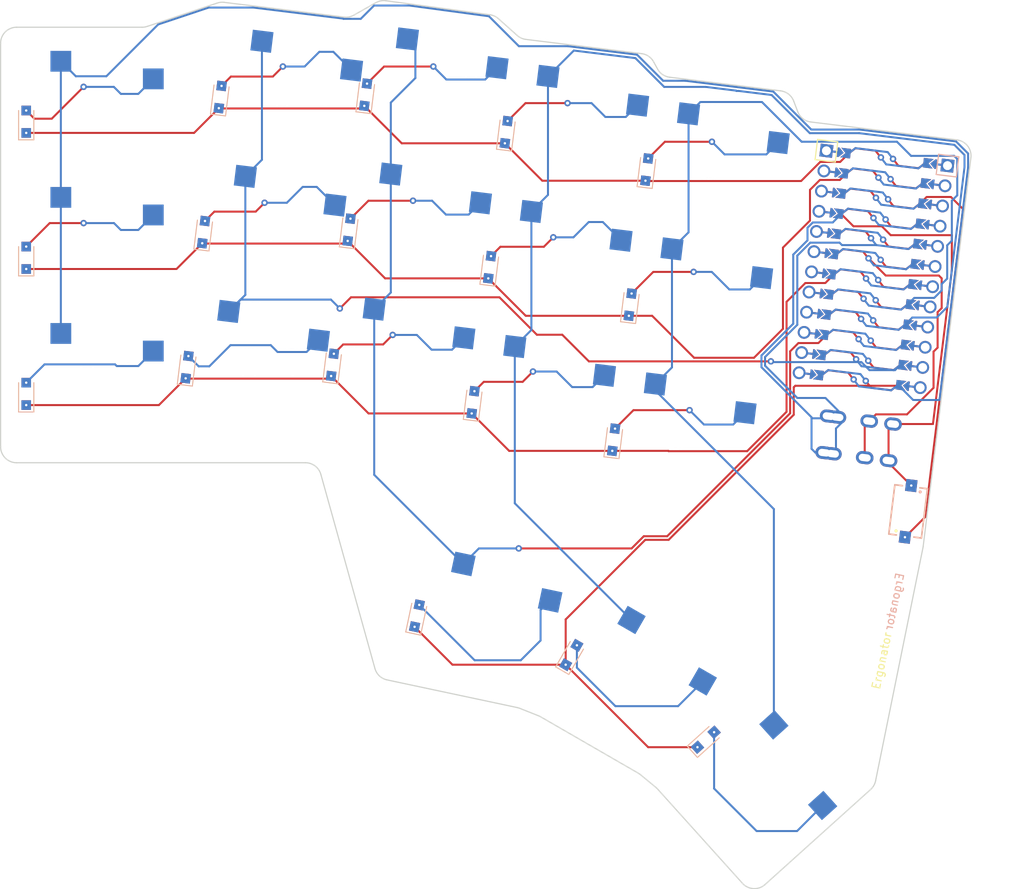
<source format=kicad_pcb>
(kicad_pcb (version 20221018) (generator pcbnew)
  (title_block (title "ergonator") (rev "v1.0.0") (company "Unknown"))
  (layers (0 "F.Cu" signal) (31 "B.Cu" signal) (34 "B.Paste" user) (35 "F.Paste" user) (36 "B.SilkS" user "B.Silkscreen") (37 "F.SilkS" user "F.Silkscreen") (38 "B.Mask" user) (39 "F.Mask" user) (44 "Edge.Cuts" user))
  (net 0 "")
  (net 1 "main_pinky_bottom")
  (net 2 "P4")
  (net 3 "main_pinky_home")
  (net 4 "P0")
  (net 5 "main_pinky_top")
  (net 6 "P1")
  (net 7 "main_ring_bottom")
  (net 8 "main_ring_home")
  (net 9 "main_ring_top")
  (net 10 "main_middle_bottom")
  (net 11 "main_middle_home")
  (net 12 "main_middle_top")
  (net 13 "main_index_bottom")
  (net 14 "main_index_home")
  (net 15 "main_index_top")
  (net 16 "main_inner_bottom")
  (net 17 "main_inner_home")
  (net 18 "main_inner_top")
  (net 19 "thumb_inner_home")
  (net 20 "P10")
  (net 21 "thumb_home_home")
  (net 22 "thumb_outer_home")
  (net 23 "P9")
  (net 24 "P8")
  (net 25 "P7")
  (net 26 "P6")
  (net 27 "P5")
  (net 28 "RAW")
  (net 29 "GND")
  (net 30 "RST")
  (net 31 "VCC")
  (net 32 "P21")
  (net 33 "P20")
  (net 34 "P19")
  (net 35 "P18")
  (net 36 "P15")
  (net 37 "P14")
  (net 38 "P16")
  (net 39 "P2")
  (net 40 "P3")
  (footprint "PG1350" (layer "F.Cu") (at 155.957733 101.991352 -7)
    (fp_text reference "S10" hide)
    (fp_text value "" hide)
  )
  (footprint "PG1350" (layer "F.Cu") (at 100 66)
    (fp_text reference "S3" hide)
    (fp_text value "" hide)
  )
  (footprint "TRRS-PJ-320A-dual" (layer "F.Cu") (at 203.295275 110.322446 -97)
    (fp_text reference "TRRS1")
    (fp_text value "TRRS-PJ-320A-dual")
  )
  (footprint "Diode_SMD:Nexperia_CFP3_SOD-123W" (layer "F.Cu") (at 152.362949 68.906649 83)
    (fp_text reference "D12" hide)
    (fp_text value "Nexperia_CFP3_SOD-123W" hide)
  )
  (footprint "Diode_SMD:Nexperia_CFP3_SOD-123W" (layer "F.Cu") (at 177.289305 144.796297 42)
    (fp_text reference "D18" hide)
    (fp_text value "Nexperia_CFP3_SOD-123W" hide)
  )
  (footprint "PG1350" (layer "F.Cu") (at 183.563729 149.373589 -48)
    (fp_text reference "S18" hide)
    (fp_text value "" hide)
  )
  (footprint "Diode_SMD:Nexperia_CFP3_SOD-123W" (layer "F.Cu") (at 169.924106 73.581663 83)
    (fp_text reference "D15" hide)
    (fp_text value "Nexperia_CFP3_SOD-123W" hide)
  )
  (footprint "PG1350" (layer "F.Cu") (at 142.540133 63.569769 -7)
    (fp_text reference "S9" hide)
    (fp_text value "" hide)
  )
  (footprint "Diode_SMD:Nexperia_CFP3_SOD-123W" (layer "F.Cu") (at 134.801791 64.231636 83)
    (fp_text reference "D9" hide)
    (fp_text value "Nexperia_CFP3_SOD-123W" hide)
  )
  (footprint "PG1350" (layer "F.Cu") (at 120.226071 97.604055 -7)
    (fp_text reference "S4" hide)
    (fp_text value "" hide)
  )
  (footprint "PG1350" (layer "F.Cu") (at 122.29785 80.730771 -7)
    (fp_text reference "S5" hide)
    (fp_text value "" hide)
  )
  (footprint "PG1350" (layer "F.Cu") (at 140.468354 80.443053 -7)
    (fp_text reference "S8" hide)
    (fp_text value "" hide)
  )
  (footprint "PG1350" (layer "F.Cu") (at 100 83)
    (fp_text reference "S2" hide)
    (fp_text value "" hide)
  )
  (footprint "PG1350" (layer "F.Cu") (at 100 100)
    (fp_text reference "S1" hide)
    (fp_text value "" hide)
  )
  (footprint "Diode_SMD:Nexperia_CFP3_SOD-123W" (layer "F.Cu") (at 112.48773 98.265922 83)
    (fp_text reference "D4" hide)
    (fp_text value "Nexperia_CFP3_SOD-123W" hide)
  )
  (footprint "Diode_SMD:Nexperia_CFP3_SOD-123W" (layer "F.Cu") (at 92.4 67.6 90)
    (fp_text reference "D3" hide)
    (fp_text value "Nexperia_CFP3_SOD-123W" hide)
  )
  (footprint "Diode_SMD:Nexperia_CFP3_SOD-123W" (layer "F.Cu") (at 92.4 84.6 90)
    (fp_text reference "D2" hide)
    (fp_text value "Nexperia_CFP3_SOD-123W" hide)
  )
  (footprint "Diode_SMD:Nexperia_CFP3_SOD-123W" (layer "F.Cu") (at 141.205645 129.328822 78)
    (fp_text reference "D16" hide)
    (fp_text value "Nexperia_CFP3_SOD-123W" hide)
  )
  (footprint "PG1350" (layer "F.Cu") (at 173.51889 106.666365 -7)
    (fp_text reference "S13" hide)
    (fp_text value "" hide)
  )
  (footprint "ProMicro" (layer "F.Cu") (at 198.218835 86.022656 -97)
    (fp_text reference "MCU1" hide)
    (fp_text value "")
  )
  (footprint "PG1350" (layer "F.Cu") (at 148.972225 129.343914 -12)
    (fp_text reference "S16" hide)
    (fp_text value "" hide)
  )
  (footprint "PG1350" (layer "F.Cu") (at 175.590669 89.793081 -7)
    (fp_text reference "S14" hide)
    (fp_text value "" hide)
  )
  (footprint "Diode_SMD:Nexperia_CFP3_SOD-123W" (layer "F.Cu") (at 167.852327 90.454947 83)
    (fp_text reference "D14" hide)
    (fp_text value "Nexperia_CFP3_SOD-123W" hide)
  )
  (footprint "Diode_SMD:Nexperia_CFP3_SOD-123W" (layer "F.Cu") (at 92.4 101.6 90)
    (fp_text reference "D1" hide)
    (fp_text value "Nexperia_CFP3_SOD-123W" hide)
  )
  (footprint "Diode_SMD:Nexperia_CFP3_SOD-123W" (layer "F.Cu") (at 150.29117 85.779934 83)
    (fp_text reference "D11" hide)
    (fp_text value "Nexperia_CFP3_SOD-123W" hide)
  )
  (footprint "Diode_SMD:Nexperia_CFP3_SOD-123W" (layer "F.Cu") (at 165.780548 107.328232 83)
    (fp_text reference "D13" hide)
    (fp_text value "Nexperia_CFP3_SOD-123W" hide)
  )
  (footprint "Diode_SMD:Nexperia_CFP3_SOD-123W" (layer "F.Cu") (at 130.658234 97.978205 83)
    (fp_text reference "D7" hide)
    (fp_text value "Nexperia_CFP3_SOD-123W" hide)
  )
  (footprint "PG1350" (layer "F.Cu") (at 177.662448 72.919796 -7)
    (fp_text reference "S15" hide)
    (fp_text value "" hide)
  )
  (footprint "PG1350" (layer "F.Cu") (at 124.369629 63.857486 -7)
    (fp_text reference "S6" hide)
    (fp_text value "" hide)
  )
  (footprint "434121025816" (layer "F.Cu") (at 202.564059 116.277722 83)
    (fp_text reference "S19" hide)
    (fp_text value "" hide)
  )
  (footprint "Diode_SMD:Nexperia_CFP3_SOD-123W" (layer "F.Cu") (at 132.730013 81.10492 83)
    (fp_text reference "D8" hide)
    (fp_text value "Nexperia_CFP3_SOD-123W" hide)
  )
  (footprint "PG1350" (layer "F.Cu") (at 138.396575 97.316338 -7)
    (fp_text reference "S7" hide)
    (fp_text value "" hide)
  )
  (footprint "PG1350" (layer "F.Cu") (at 167.86986 136.63222 -30)
    (fp_text reference "S17" hide)
    (fp_text value "" hide)
  )
  (footprint "Diode_SMD:Nexperia_CFP3_SOD-123W" (layer "F.Cu") (at 114.559508 81.392637 83)
    (fp_text reference "D5" hide)
    (fp_text value "Nexperia_CFP3_SOD-123W" hide)
  )
  (footprint "Diode_SMD:Nexperia_CFP3_SOD-123W" (layer "F.Cu") (at 160.488067 134.217861 60)
    (fp_text reference "D17" hide)
    (fp_text value "Nexperia_CFP3_SOD-123W" hide)
  )
  (footprint "PG1350" (layer "F.Cu") (at 158.029512 85.118067 -7)
    (fp_text reference "S11" hide)
    (fp_text value "" hide)
  )
  (footprint "Diode_SMD:Nexperia_CFP3_SOD-123W" (layer "F.Cu") (at 148.219391 102.653218 83)
    (fp_text reference "D10" hide)
    (fp_text value "Nexperia_CFP3_SOD-123W" hide)
  )
  (footprint "PG1350" (layer "F.Cu") (at 160.10129 68.244782 -7)
    (fp_text reference "S12" hide)
    (fp_text value "" hide)
  )
  (footprint "Diode_SMD:Nexperia_CFP3_SOD-123W" (layer "F.Cu") (at 116.631287 64.519353 83)
    (fp_text reference "D6" hide)
    (fp_text value "Nexperia_CFP3_SOD-123W" hide)
  )
  (gr_line (start 151.386964 54.73193) (end 153.730945 56.826059) (stroke (width 0.15)) (layer "Edge.Cuts"))
  (gr_arc (start 107.50818 55.697163) (mid 107.195797 55.774123) (end 106.875115 55.8) (stroke (width 0.15)) (layer "Edge.Cuts"))
  (gr_line (start 210.405916 72.104141) (end 204.44387 120.661106) (stroke (width 0.15)) (layer "Edge.Cuts"))
  (gr_line (start 188.267948 65.017604) (end 188.781141 66.361716) (stroke (width 0.15)) (layer "Edge.Cuts"))
  (gr_arc (start 171.051535 150.753725) (mid 171.162115 150.852041) (end 171.265124 150.958264) (stroke (width 0.15)) (layer "Edge.Cuts"))
  (gr_line (start 154.819694 57.319684) (end 169.260442 59.092785) (stroke (width 0.15)) (layer "Edge.Cuts"))
  (gr_arc (start 153.729162 140.782906) (mid 153.892133 140.824783) (end 154.051007 140.880211) (stroke (width 0.15)) (layer "Edge.Cuts"))
  (gr_line (start 170.770091 60.11578) (end 171.266365 61.020221) (stroke (width 0.15)) (layer "Edge.Cuts"))
  (gr_line (start 204.418707 120.815712) (end 198.501815 149.927916) (stroke (width 0.15)) (layer "Edge.Cuts"))
  (gr_line (start 133.333733 54.284986) (end 136.07147 52.732067) (stroke (width 0.15)) (layer "Edge.Cuts"))
  (gr_arc (start 184.696552 162.886424) (mid 183.253619 163.397393) (end 181.872001 162.738395) (stroke (width 0.15)) (layer "Edge.Cuts"))
  (gr_arc (start 137.473057 137.327563) (mid 136.519378 136.828821) (end 135.962254 135.908027) (stroke (width 0.15)) (layer "Edge.Cuts"))
  (gr_arc (start 127.281032 110.2) (mid 128.490677 110.60728) (end 129.207659 111.663242) (stroke (width 0.15)) (layer "Edge.Cuts"))
  (gr_arc (start 190.405845 67.633421) (mid 189.416849 67.223246) (end 188.781141 66.361716) (stroke (width 0.15)) (layer "Edge.Cuts"))
  (gr_line (start 197.880147 151.015861) (end 184.696552 162.886424) (stroke (width 0.15)) (layer "Edge.Cuts"))
  (gr_arc (start 116.251308 52.779668) (mid 116.684807 52.686813) (end 117.128112 52.691739) (stroke (width 0.15)) (layer "Edge.Cuts"))
  (gr_line (start 156.398674 141.811791) (end 154.051007 140.880211) (stroke (width 0.15)) (layer "Edge.Cuts"))
  (gr_arc (start 168.861013 148.982408) (mid 169.001297 149.071366) (end 169.133714 149.171659) (stroke (width 0.15)) (layer "Edge.Cuts"))
  (gr_line (start 171.051535 150.753725) (end 169.133714 149.171659) (stroke (width 0.15)) (layer "Edge.Cuts"))
  (gr_arc (start 156.398674 141.811791) (mid 156.532155 141.870476) (end 156.661006 141.938731) (stroke (width 0.15)) (layer "Edge.Cuts"))
  (gr_line (start 181.872001 162.738395) (end 171.265124 150.958264) (stroke (width 0.15)) (layer "Edge.Cuts"))
  (gr_arc (start 89.2 57.8) (mid 89.785786 56.385786) (end 91.2 55.8) (stroke (width 0.15)) (layer "Edge.Cuts"))
  (gr_arc (start 136.071469 52.732067) (mid 136.678556 52.508062) (end 137.325388 52.489616) (stroke (width 0.15)) (layer "Edge.Cuts"))
  (gr_arc (start 133.333733 54.284987) (mid 132.73823 54.506716) (end 132.103231 54.530453) (stroke (width 0.15)) (layer "Edge.Cuts"))
  (gr_line (start 153.729163 140.782907) (end 137.473057 137.327565) (stroke (width 0.15)) (layer "Edge.Cuts"))
  (gr_arc (start 198.501815 149.927916) (mid 198.278383 150.521831) (end 197.880147 151.015861) (stroke (width 0.15)) (layer "Edge.Cuts"))
  (gr_arc (start 208.664562 69.875311) (mid 209.996845 70.62908) (end 210.405916 72.104141) (stroke (width 0.15)) (layer "Edge.Cuts"))
  (gr_arc (start 150.321631 54.241321) (mid 150.89107 54.406777) (end 151.386964 54.73193) (stroke (width 0.15)) (layer "Edge.Cuts"))
  (gr_arc (start 91.2 110.2) (mid 89.785786 109.614214) (end 89.2 108.2) (stroke (width 0.15)) (layer "Edge.Cuts"))
  (gr_line (start 91.2 55.8) (end 106.875115 55.8) (stroke (width 0.15)) (layer "Edge.Cuts"))
  (gr_line (start 172.776014 62.043217) (end 186.643243 63.745899) (stroke (width 0.15)) (layer "Edge.Cuts"))
  (gr_line (start 107.50818 55.697163) (end 116.251309 52.779668) (stroke (width 0.15)) (layer "Edge.Cuts"))
  (gr_arc (start 172.776014 62.043217) (mid 171.897809 61.713794) (end 171.266365 61.020221) (stroke (width 0.15)) (layer "Edge.Cuts"))
  (gr_line (start 89.2 108.2) (end 89.2 57.8) (stroke (width 0.15)) (layer "Edge.Cuts"))
  (gr_arc (start 169.260441 59.092785) (mid 170.138647 59.422208) (end 170.770091 60.11578) (stroke (width 0.15)) (layer "Edge.Cuts"))
  (gr_line (start 117.128112 52.691739) (end 132.103231 54.530453) (stroke (width 0.15)) (layer "Edge.Cuts"))
  (gr_arc (start 154.819695 57.319684) (mid 154.237577 57.156119) (end 153.730945 56.826059) (stroke (width 0.15)) (layer "Edge.Cuts"))
  (gr_line (start 135.962254 135.908027) (end 129.207659 111.663242) (stroke (width 0.15)) (layer "Edge.Cuts"))
  (gr_line (start 91.2 110.2) (end 127.281032 110.2) (stroke (width 0.15)) (layer "Edge.Cuts"))
  (gr_arc (start 186.643244 63.745899) (mid 187.63224 64.156074) (end 188.267948 65.017604) (stroke (width 0.15)) (layer "Edge.Cuts"))
  (gr_line (start 168.861013 148.982408) (end 156.661006 141.938731) (stroke (width 0.15)) (layer "Edge.Cuts"))
  (gr_line (start 190.405845 67.633422) (end 208.664562 69.87531) (stroke (width 0.15)) (layer "Edge.Cuts"))
  (gr_line (start 137.325388 52.489616) (end 150.321631 54.241321) (stroke (width 0.15)) (layer "Edge.Cuts"))
  (gr_arc (start 204.44387 120.661106) (mid 204.432803 120.738655) (end 204.418707 120.815712) (stroke (width 0.15)) (layer "Edge.Cuts"))
  (gr_text "Ergonator" (at 201.618871 123.893547 78) (layer "B.SilkS") (effects (font (size 1 1)) (justify left mirror)))
  (gr_text "Ergonator" (at 198.500196 138.56576 78) (layer "F.SilkS") (effects (font (size 1 1)) (justify left)))
  (segment (start 94.6895 97.9105) (end 92.4 100.2) (width 0.25) (layer "B.Cu") (net 1))
  (segment (start 103.713 98.125) (end 103.4985 97.9105) (width 0.25) (layer "B.Cu") (net 1))
  (segment (start 108.275 96.25) (end 106.4 98.125) (width 0.25) (layer "B.Cu") (net 1))
  (segment (start 103.4985 97.9105) (end 94.6895 97.9105) (width 0.25) (layer "B.Cu") (net 1))
  (segment (start 106.4 98.125) (end 103.713 98.125) (width 0.25) (layer "B.Cu") (net 1))
  (segment (start 197.300394 87.201736) (end 196.633456 86.348094) (width 0.25) (layer "F.Cu") (net 2))
  (segment (start 172.615323 108.717797) (end 172.653391 108.755865) (width 0.25) (layer "F.Cu") (net 2))
  (segment (start 108.9726 103) (end 92.4 103) (width 0.25) (layer "F.Cu") (net 2))
  (segment (start 112.317113 99.655487) (end 108.9726 103) (width 0.25) (layer "F.Cu") (net 2))
  (segment (start 187.378119 103.831485) (end 187.378119 90.097813) (width 0.25) (layer "F.Cu") (net 2))
  (segment (start 172.653391 108.755865) (end 182.453739 108.755865) (width 0.25) (layer "F.Cu") (net 2))
  (segment (start 182.453739 108.755865) (end 187.378119 103.831485) (width 0.25) (layer "F.Cu") (net 2))
  (segment (start 165.609931 108.717797) (end 172.615323 108.717797) (width 0.25) (layer "F.Cu") (net 2))
  (segment (start 130.161832 99.693555) (end 112.355181 99.693555) (width 0.25) (layer "F.Cu") (net 2))
  (segment (start 196.633456 86.348094) (end 194.120329 86.039521) (width 0.25) (layer "F.Cu") (net 2))
  (segment (start 130.487617 99.36777) (end 130.161832 99.693555) (width 0.25) (layer "F.Cu") (net 2))
  (segment (start 165.609931 108.717797) (end 152.723788 108.717797) (width 0.25) (layer "F.Cu") (net 2))
  (segment (start 187.378119 90.097813) (end 189.72532 87.750612) (width 0.25) (layer "F.Cu") (net 2))
  (segment (start 148.048774 104.042783) (end 135.16263 104.042783) (width 0.25) (layer "F.Cu") (net 2))
  (segment (start 152.723788 108.717797) (end 148.048774 104.042783) (width 0.25) (layer "F.Cu") (net 2))
  (segment (start 194.120329 86.039521) (end 193.266687 86.706459) (width 0.25) (layer "F.Cu") (net 2))
  (segment (start 135.16263 104.042783) (end 130.487617 99.36777) (width 0.25) (layer "F.Cu") (net 2))
  (segment (start 189.72532 87.750612) (end 192.218469 87.750612) (width 0.25) (layer "F.Cu") (net 2))
  (segment (start 112.355181 99.693555) (end 112.317113 99.655487) (width 0.25) (layer "F.Cu") (net 2))
  (segment (start 192.218469 87.750612) (end 193.274033 86.695048) (width 0.25) (layer "F.Cu") (net 2))
  (via (at 197.307741 87.190325) (size 0.8) (drill 0.4) (layers "F.Cu" "B.Cu") (net 2))
  (segment (start 197.967333 88.055378) (end 201.9931 88.549681) (width 0.25) (layer "B.Cu") (net 2))
  (segment (start 197.300394 87.201736) (end 197.967333 88.055378) (width 0.25) (layer "B.Cu") (net 2))
  (segment (start 201.9931 88.549681) (end 202.846742 87.882742) (width 0.25) (layer "B.Cu") (net 2))
  (segment (start 95.336 80.264) (end 99.568 80.264) (width 0.25) (layer "F.Cu") (net 3))
  (segment (start 92.4 83.2) (end 95.336 80.264) (width 0.25) (layer "F.Cu") (net 3))
  (via (at 99.568 80.264) (size 0.8) (drill 0.4) (layers "F.Cu" "B.Cu") (net 3))
  (segment (start 106.4 81.125) (end 108.275 79.25) (width 0.25) (layer "B.Cu") (net 3))
  (segment (start 104.22335 81.125) (end 106.4 81.125) (width 0.25) (layer "B.Cu") (net 3))
  (segment (start 103.36235 80.264) (end 104.22335 81.125) (width 0.25) (layer "B.Cu") (net 3))
  (segment (start 99.568 80.264) (end 103.36235 80.264) (width 0.25) (layer "B.Cu") (net 3))
  (segment (start 198.181197 73.742758) (end 195.66807 73.434185) (width 0.25) (layer "F.Cu") (net 4))
  (segment (start 190.304504 79.951496) (end 190.304504 76.113833) (width 0.25) (layer "F.Cu") (net 4))
  (segment (start 114.388891 82.782202) (end 114.42696 82.820271) (width 0.25) (layer "F.Cu") (net 4))
  (segment (start 190.304504 76.113833) (end 191.544128 74.874209) (width 0.25) (layer "F.Cu") (net 4))
  (segment (start 167.68171 91.844512) (end 170.584239 91.844512) (width 0.25) (layer "F.Cu") (net 4))
  (segment (start 195.66807 73.434185) (end 194.814428 74.101123) (width 0.25) (layer "F.Cu") (net 4))
  (segment (start 186.928119 93.472) (end 186.928119 83.327881) (width 0.25) (layer "F.Cu") (net 4))
  (segment (start 175.825728 97.086) (end 183.314119 97.086) (width 0.25) (layer "F.Cu") (net 4))
  (segment (start 111.171093 86) (end 114.388891 82.782202) (width 0.25) (layer "F.Cu") (net 4))
  (segment (start 114.42696 82.820271) (end 132.23361 82.820271) (width 0.25) (layer "F.Cu") (net 4))
  (segment (start 132.559396 82.494485) (end 137.23441 87.169499) (width 0.25) (layer "F.Cu") (net 4))
  (segment (start 198.848135 74.5964) (end 198.181197 73.742758) (width 0.25) (layer "F.Cu") (net 4))
  (segment (start 154.795566 91.844512) (end 167.68171 91.844512) (width 0.25) (layer "F.Cu") (net 4))
  (segment (start 194.037277 74.874209) (end 194.821774 74.089712) (width 0.25) (layer "F.Cu") (net 4))
  (segment (start 137.23441 87.169499) (end 150.120553 87.169499) (width 0.25) (layer "F.Cu") (net 4))
  (segment (start 183.314119 97.086) (end 186.928119 93.472) (width 0.25) (layer "F.Cu") (net 4))
  (segment (start 132.23361 82.820271) (end 132.559396 82.494485) (width 0.25) (layer "F.Cu") (net 4))
  (segment (start 150.120553 87.169499) (end 154.795566 91.844512) (width 0.25) (layer "F.Cu") (net 4))
  (segment (start 92.4 86) (end 111.171093 86) (width 0.25) (layer "F.Cu") (net 4))
  (segment (start 191.544128 74.874209) (end 194.037277 74.874209) (width 0.25) (layer "F.Cu") (net 4))
  (segment (start 186.928119 83.327881) (end 190.304504 79.951496) (width 0.25) (layer "F.Cu") (net 4))
  (segment (start 170.584239 91.844512) (end 175.825728 97.086) (width 0.25) (layer "F.Cu") (net 4))
  (via (at 198.855481 74.584989) (size 0.8) (drill 0.4) (layers "F.Cu" "B.Cu") (net 4))
  (segment (start 203.540841 75.944344) (end 204.394483 75.277406) (width 0.25) (layer "B.Cu") (net 4))
  (segment (start 199.515074 75.450042) (end 203.540841 75.944344) (width 0.25) (layer "B.Cu") (net 4))
  (segment (start 198.848135 74.5964) (end 199.515074 75.450042) (width 0.25) (layer "B.Cu") (net 4))
  (segment (start 92.4 66.2) (end 93.4259 67.2259) (width 0.25) (layer "F.Cu") (net 5))
  (segment (start 95.5881 67.2259) (end 99.568 63.246) (width 0.25) (layer "F.Cu") (net 5))
  (segment (start 93.4259 67.2259) (end 95.5881 67.2259) (width 0.25) (layer "F.Cu") (net 5))
  (via (at 99.568 63.246) (size 0.8) (drill 0.4) (layers "F.Cu" "B.Cu") (net 5))
  (segment (start 104.22335 64.125) (end 106.4 64.125) (width 0.25) (layer "B.Cu") (net 5))
  (segment (start 106.4 64.125) (end 108.275 62.25) (width 0.25) (layer "B.Cu") (net 5))
  (segment (start 103.34435 63.246) (end 104.22335 64.125) (width 0.25) (layer "B.Cu") (net 5))
  (segment (start 99.568 63.246) (end 103.34435 63.246) (width 0.25) (layer "B.Cu") (net 5))
  (segment (start 169.753489 74.971228) (end 169.791557 75.009296) (width 0.25) (layer "F.Cu") (net 6))
  (segment (start 152.192332 70.296214) (end 139.306187 70.296214) (width 0.25) (layer "F.Cu") (net 6))
  (segment (start 199.157683 72.075333) (end 198.490745 71.221691) (width 0.25) (layer "F.Cu") (net 6))
  (segment (start 194.075758 72.624209) (end 195.131322 71.568645) (width 0.25) (layer "F.Cu") (net 6))
  (segment (start 156.867346 74.971228) (end 152.192332 70.296214) (width 0.25) (layer "F.Cu") (net 6))
  (segment (start 134.305389 65.946986) (end 116.498738 65.946986) (width 0.25) (layer "F.Cu") (net 6))
  (segment (start 134.631174 65.621201) (end 134.305389 65.946986) (width 0.25) (layer "F.Cu") (net 6))
  (segment (start 189.197522 75.009296) (end 191.582609 72.624209) (width 0.25) (layer "F.Cu") (net 6))
  (segment (start 139.306187 70.296214) (end 134.631174 65.621201) (width 0.25) (layer "F.Cu") (net 6))
  (segment (start 116.46067 65.908918) (end 113.369588 69) (width 0.25) (layer "F.Cu") (net 6))
  (segment (start 113.369588 69) (end 92.4 69) (width 0.25) (layer "F.Cu") (net 6))
  (segment (start 116.498738 65.946986) (end 116.46067 65.908918) (width 0.25) (layer "F.Cu") (net 6))
  (segment (start 191.582609 72.624209) (end 194.075758 72.624209) (width 0.25) (layer "F.Cu") (net 6))
  (segment (start 195.977618 70.913117) (end 195.123976 71.580056) (width 0.25) (layer "F.Cu") (net 6))
  (segment (start 169.753489 74.971228) (end 156.867346 74.971228) (width 0.25) (layer "F.Cu") (net 6))
  (segment (start 198.490745 71.221691) (end 195.977618 70.913117) (width 0.25) (layer "F.Cu") (net 6))
  (segment (start 169.791557 75.009296) (end 189.197522 75.009296) (width 0.25) (layer "F.Cu") (net 6))
  (via (at 199.16503 72.063922) (size 0.8) (drill 0.4) (layers "F.Cu" "B.Cu") (net 6))
  (segment (start 199.157683 72.075333) (end 199.824622 72.928975) (width 0.25) (layer "B.Cu") (net 6))
  (segment (start 203.850389 73.423277) (end 204.704031 72.756339) (width 0.25) (layer "B.Cu") (net 6))
  (segment (start 199.824622 72.928975) (end 203.850389 73.423277) (width 0.25) (layer "B.Cu") (net 6))
  (segment (start 115.274851 98.159674) (end 113.941664 98.159674) (width 0.25) (layer "B.Cu") (net 7))
  (segment (start 127.420522 96.366354) (end 123.798354 96.366354) (width 0.25) (layer "B.Cu") (net 7))
  (segment (start 128.8964 94.890476) (end 127.420522 96.366354) (width 0.25) (layer "B.Cu") (net 7))
  (segment (start 123.798354 96.366354) (end 122.946555 95.514555) (width 0.25) (layer "B.Cu") (net 7))
  (segment (start 122.946555 95.514555) (end 117.91997 95.514555) (width 0.25) (layer "B.Cu") (net 7))
  (segment (start 117.91997 95.514555) (end 115.274851 98.159674) (width 0.25) (layer "B.Cu") (net 7))
  (segment (start 113.941664 98.159674) (end 112.658347 96.876357) (width 0.25) (layer "B.Cu") (net 7))
  (segment (start 114.730125 80.003072) (end 115.898607 78.83459) (width 0.25) (layer "F.Cu") (net 8))
  (segment (start 115.898607 78.83459) (end 121.06341 78.83459) (width 0.25) (layer "F.Cu") (net 8))
  (segment (start 121.06341 78.83459) (end 122.174 77.724) (width 0.25) (layer "F.Cu") (net 8))
  (via (at 122.174 77.724) (size 0.8) (drill 0.4) (layers "F.Cu" "B.Cu") (net 8))
  (segment (start 126.940941 75.74307) (end 128.694057 75.74307) (width 0.25) (layer "B.Cu") (net 8))
  (segment (start 124.960011 77.724) (end 126.940941 75.74307) (width 0.25) (layer "B.Cu") (net 8))
  (segment (start 122.174 77.724) (end 124.960011 77.724) (width 0.25) (layer "B.Cu") (net 8))
  (segment (start 128.694057 75.74307) (end 130.968179 78.017192) (width 0.25) (layer "B.Cu") (net 8))
  (segment (start 117.970387 61.961305) (end 123.204695 61.961305) (width 0.25) (layer "F.Cu") (net 9))
  (segment (start 116.801904 63.129788) (end 117.970387 61.961305) (width 0.25) (layer "F.Cu") (net 9))
  (segment (start 123.204695 61.961305) (end 124.46 60.706) (width 0.25) (layer "F.Cu") (net 9))
  (via (at 124.46 60.706) (size 0.8) (drill 0.4) (layers "F.Cu" "B.Cu") (net 9))
  (segment (start 124.46 60.706) (end 127.176505 60.706) (width 0.25) (layer "B.Cu") (net 9))
  (segment (start 130.765836 58.869785) (end 133.039958 61.143907) (width 0.25) (layer "B.Cu") (net 9))
  (segment (start 127.176505 60.706) (end 129.01272 58.869785) (width 0.25) (layer "B.Cu") (net 9))
  (segment (start 129.01272 58.869785) (end 130.765836 58.869785) (width 0.25) (layer "B.Cu") (net 9))
  (segment (start 131.997334 95.420157) (end 136.989843 95.420157) (width 0.25) (layer "F.Cu") (net 10))
  (segment (start 136.989843 95.420157) (end 138.176 94.234) (width 0.25) (layer "F.Cu") (net 10))
  (segment (start 130.828851 96.58864) (end 131.997334 95.420157) (width 0.25) (layer "F.Cu") (net 10))
  (via (at 138.176 94.234) (size 0.8) (drill 0.4) (layers "F.Cu" "B.Cu") (net 10))
  (segment (start 138.176 94.234) (end 141.195029 94.234) (width 0.25) (layer "B.Cu") (net 10))
  (segment (start 143.039666 96.078637) (end 145.591026 96.078637) (width 0.25) (layer "B.Cu") (net 10))
  (segment (start 145.591026 96.078637) (end 147.066904 94.602759) (width 0.25) (layer "B.Cu") (net 10))
  (segment (start 141.195029 94.234) (end 143.039666 96.078637) (width 0.25) (layer "B.Cu") (net 10))
  (segment (start 132.90063 79.715355) (end 135.145985 77.47) (width 0.25) (layer "F.Cu") (net 11))
  (segment (start 135.145985 77.47) (end 140.716 77.47) (width 0.25) (layer "F.Cu") (net 11))
  (via (at 140.716 77.47) (size 0.8) (drill 0.4) (layers "F.Cu" "B.Cu") (net 11))
  (segment (start 144.832149 79.205352) (end 147.662805 79.205352) (width 0.25) (layer "B.Cu") (net 11))
  (segment (start 147.662805 79.205352) (end 149.138683 77.729474) (width 0.25) (layer "B.Cu") (net 11))
  (segment (start 143.096797 77.47) (end 144.832149 79.205352) (width 0.25) (layer "B.Cu") (net 11))
  (segment (start 140.716 77.47) (end 143.096797 77.47) (width 0.25) (layer "B.Cu") (net 11))
  (segment (start 137.108479 60.706) (end 143.256 60.706) (width 0.25) (layer "F.Cu") (net 12))
  (segment (start 134.972408 62.842071) (end 137.108479 60.706) (width 0.25) (layer "F.Cu") (net 12))
  (via (at 143.256 60.706) (size 0.8) (drill 0.4) (layers "F.Cu" "B.Cu") (net 12))
  (segment (start 144.882068 62.332068) (end 149.734584 62.332068) (width 0.25) (layer "B.Cu") (net 12))
  (segment (start 149.734584 62.332068) (end 151.210462 60.85619) (width 0.25) (layer "B.Cu") (net 12))
  (segment (start 143.256 60.706) (end 144.882068 62.332068) (width 0.25) (layer "B.Cu") (net 12))
  (segment (start 148.390008 101.263653) (end 149.55849 100.095171) (width 0.25) (layer "F.Cu") (net 13))
  (segment (start 149.55849 100.095171) (end 154.412829 100.095171) (width 0.25) (layer "F.Cu") (net 13))
  (segment (start 154.412829 100.095171) (end 155.702 98.806) (width 0.25) (layer "F.Cu") (net 13))
  (via (at 155.702 98.806) (size 0.8) (drill 0.4) (layers "F.Cu" "B.Cu") (net 13))
  (segment (start 160.600824 100.753651) (end 163.152184 100.753651) (width 0.25) (layer "B.Cu") (net 13))
  (segment (start 158.653173 98.806) (end 160.600824 100.753651) (width 0.25) (layer "B.Cu") (net 13))
  (segment (start 163.152184 100.753651) (end 164.628062 99.277773) (width 0.25) (layer "B.Cu") (net 13))
  (segment (start 155.702 98.806) (end 158.653173 98.806) (width 0.25) (layer "B.Cu") (net 13))
  (segment (start 157.062114 83.221886) (end 158.242 82.042) (width 0.25) (layer "F.Cu") (net 14))
  (segment (start 150.461787 84.390369) (end 151.63027 83.221886) (width 0.25) (layer "F.Cu") (net 14))
  (segment (start 151.63027 83.221886) (end 157.062114 83.221886) (width 0.25) (layer "F.Cu") (net 14))
  (via (at 158.242 82.042) (size 0.8) (drill 0.4) (layers "F.Cu" "B.Cu") (net 14))
  (segment (start 158.242 82.042) (end 160.760969 82.042) (width 0.25) (layer "B.Cu") (net 14))
  (segment (start 160.760969 82.042) (end 162.672603 80.130366) (width 0.25) (layer "B.Cu") (net 14))
  (segment (start 164.425719 80.130366) (end 166.699841 82.404488) (width 0.25) (layer "B.Cu") (net 14))
  (segment (start 162.672603 80.130366) (end 164.425719 80.130366) (width 0.25) (layer "B.Cu") (net 14))
  (segment (start 154.77265 65.278) (end 160.02 65.278) (width 0.25) (layer "F.Cu") (net 15))
  (segment (start 152.533566 67.517084) (end 154.77265 65.278) (width 0.25) (layer "F.Cu") (net 15))
  (via (at 160.02 65.278) (size 0.8) (drill 0.4) (layers "F.Cu" "B.Cu") (net 15))
  (segment (start 167.295741 67.007081) (end 168.771619 65.531203) (width 0.25) (layer "B.Cu") (net 15))
  (segment (start 163.0153 65.278) (end 164.744381 67.007081) (width 0.25) (layer "B.Cu") (net 15))
  (segment (start 164.744381 67.007081) (end 167.295741 67.007081) (width 0.25) (layer "B.Cu") (net 15))
  (segment (start 160.02 65.278) (end 163.0153 65.278) (width 0.25) (layer "B.Cu") (net 15))
  (segment (start 165.951165 105.938667) (end 168.257832 103.632) (width 0.25) (layer "F.Cu") (net 16))
  (segment (start 168.257832 103.632) (end 175.26 103.632) (width 0.25) (layer "F.Cu") (net 16))
  (via (at 175.26 103.632) (size 0.8) (drill 0.4) (layers "F.Cu" "B.Cu") (net 16))
  (segment (start 175.26 103.632) (end 177.056664 105.428664) (width 0.25) (layer "B.Cu") (net 16))
  (segment (start 177.056664 105.428664) (end 180.713341 105.428664) (width 0.25) (layer "B.Cu") (net 16))
  (segment (start 180.713341 105.428664) (end 182.189219 103.952786) (width 0.25) (layer "B.Cu") (net 16))
  (segment (start 168.022944 89.065382) (end 170.728326 86.36) (width 0.25) (layer "F.Cu") (net 17))
  (segment (start 170.728326 86.36) (end 175.768 86.36) (width 0.25) (layer "F.Cu") (net 17))
  (via (at 175.768 86.36) (size 0.8) (drill 0.4) (layers "F.Cu" "B.Cu") (net 17))
  (segment (start 182.78512 88.55538) (end 184.260998 87.079502) (width 0.25) (layer "B.Cu") (net 17))
  (segment (start 180.23376 88.55538) (end 182.78512 88.55538) (width 0.25) (layer "B.Cu") (net 17))
  (segment (start 178.03838 86.36) (end 180.23376 88.55538) (width 0.25) (layer "B.Cu") (net 17))
  (segment (start 175.768 86.36) (end 178.03838 86.36) (width 0.25) (layer "B.Cu") (net 17))
  (segment (start 170.094723 72.192098) (end 172.182821 70.104) (width 0.25) (layer "F.Cu") (net 18))
  (segment (start 172.182821 70.104) (end 178.054 70.104) (width 0.25) (layer "F.Cu") (net 18))
  (via (at 178.054 70.104) (size 0.8) (drill 0.4) (layers "F.Cu" "B.Cu") (net 18))
  (segment (start 178.054 70.104) (end 179.632095 71.682095) (width 0.25) (layer "B.Cu") (net 18))
  (segment (start 184.856899 71.682095) (end 186.332777 70.206217) (width 0.25) (layer "B.Cu") (net 18))
  (segment (start 179.632095 71.682095) (end 184.856899 71.682095) (width 0.25) (layer "B.Cu") (net 18))
  (segment (start 156.651976 132.400024) (end 154.178 134.874) (width 0.25) (layer "B.Cu") (net 19))
  (segment (start 154.178 134.874) (end 148.411306 134.874) (width 0.25) (layer "B.Cu") (net 19))
  (segment (start 157.846065 127.39633) (end 156.651976 128.590419) (width 0.25) (layer "B.Cu") (net 19))
  (segment (start 156.651976 128.590419) (end 156.651976 132.400024) (width 0.25) (layer "B.Cu") (net 19))
  (segment (start 148.411306 134.874) (end 141.496721 127.959415) (width 0.25) (layer "B.Cu") (net 19))
  (segment (start 197.939579 100.835033) (end 200.452706 101.143606) (width 0.25) (layer "F.Cu") (net 20))
  (segment (start 188.468 100.584) (end 201.199015 100.584) (width 0.25) (layer "F.Cu") (net 20))
  (segment (start 176.248902 145.73308) (end 170.09085 145.73308) (width 0.25) (layer "F.Cu") (net 20))
  (segment (start 170.09085 145.73308) (end 159.788067 135.430297) (width 0.25) (layer "F.Cu") (net 20))
  (segment (start 169.73 119.83) (end 172.652396 119.83) (width 0.25) (layer "F.Cu") (net 20))
  (segment (start 201.199015 100.584) (end 201.306348 100.476667) (width 0.25) (layer "F.Cu") (net 20))
  (segment (start 188.278119 100.773881) (end 188.468 100.584) (width 0.25) (layer "F.Cu") (net 20))
  (segment (start 159.788067 135.430297) (end 159.788067 129.771933) (width 0.25) (layer "F.Cu") (net 20))
  (segment (start 200.452706 101.143606) (end 201.306348 100.476667) (width 0.25) (layer "F.Cu") (net 20))
  (segment (start 197.27264 99.98139) (end 197.939579 100.835033) (width 0.25) (layer "F.Cu") (net 20))
  (segment (start 188.278119 104.204277) (end 188.278119 100.773881) (width 0.25) (layer "F.Cu") (net 20))
  (segment (start 172.652396 119.83) (end 188.278119 104.204277) (width 0.25) (layer "F.Cu") (net 20))
  (segment (start 159.788067 135.430297) (end 145.646637 135.430297) (width 0.25) (layer "F.Cu") (net 20))
  (segment (start 159.788067 129.771933) (end 169.73 119.83) (width 0.25) (layer "F.Cu") (net 20))
  (segment (start 145.646637 135.430297) (end 140.914569 130.698229) (width 0.25) (layer "F.Cu") (net 20))
  (via (at 197.27264 99.98139) (size 0.8) (drill 0.4) (layers "F.Cu" "B.Cu") (net 20))
  (segment (start 197.27264 99.98139) (end 196.605702 99.127748) (width 0.25) (layer "B.Cu") (net 20))
  (segment (start 192.579935 98.633446) (end 191.726293 99.300385) (width 0.25) (layer "B.Cu") (net 20))
  (segment (start 196.605702 99.127748) (end 192.579935 98.633446) (width 0.25) (layer "B.Cu") (net 20))
  (segment (start 161.188067 135.798711) (end 161.188067 133.005425) (width 0.25) (layer "B.Cu") (net 21))
  (segment (start 165.997476 140.60812) (end 161.188067 135.798711) (width 0.25) (layer "B.Cu") (net 21))
  (segment (start 176.91122 137.522125) (end 173.825225 140.60812) (width 0.25) (layer "B.Cu") (net 21))
  (segment (start 173.825225 140.60812) (end 165.997476 140.60812) (width 0.25) (layer "B.Cu") (net 21))
  (segment (start 191.887578 153.013873) (end 188.691451 156.21) (width 0.25) (layer "B.Cu") (net 22))
  (segment (start 178.329708 150.897708) (end 178.329708 143.859514) (width 0.25) (layer "B.Cu") (net 22))
  (segment (start 188.691451 156.21) (end 183.642 156.21) (width 0.25) (layer "B.Cu") (net 22))
  (segment (start 183.642 156.21) (end 178.329708 150.897708) (width 0.25) (layer "B.Cu") (net 22))
  (segment (start 195.752654 99.807072) (end 195.085715 98.95343) (width 0.25) (layer "F.Cu") (net 23))
  (segment (start 192.572588 98.644857) (end 191.718946 99.311795) (width 0.25) (layer "F.Cu") (net 23))
  (segment (start 195.085715 98.95343) (end 192.572588 98.644857) (width 0.25) (layer "F.Cu") (net 23))
  (via (at 195.76 99.795662) (size 0.8) (drill 0.4) (layers "F.Cu" "B.Cu") (net 23))
  (segment (start 210.058 73.296589) (end 207.554004 93.689996) (width 0.25) (layer "B.Cu") (net 23))
  (segment (start 132.022184 54.749059) (end 134.189807 54.749059) (width 0.25) (layer "B.Cu") (net 23))
  (segment (start 207.518 93.726) (end 207.518 93.983228) (width 0.25) (layer "B.Cu") (net 23))
  (segment (start 140.252818 53.086) (end 150.203792 54.427247) (width 0.25) (layer "B.Cu") (net 23))
  (segment (start 96.725 60.05) (end 98.6 61.925) (width 0.25) (layer "B.Cu") (net 23))
  (segment (start 200.445359 101.155017) (end 201.299002 100.488078) (width 0.25) (layer "B.Cu") (net 23))
  (segment (start 171.958 62.484) (end 174.724802 62.484) (width 0.25) (layer "B.Cu") (net 23))
  (segment (start 203.191681 102.362) (end 201.306348 100.476667) (width 0.25) (layer "B.Cu") (net 23))
  (segment (start 131.991341 54.718216) (end 132.022184 54.749059) (width 0.25) (layer "B.Cu") (net 23))
  (segment (start 96.725 77.05) (end 96.725 60.05) (width 0.25) (layer "B.Cu") (net 23))
  (segment (start 134.189807 54.749059) (end 135.852866 53.086) (width 0.25) (layer "B.Cu") (net 23))
  (segment (start 168.699399 59.225399) (end 171.958 62.484) (width 0.25) (layer "B.Cu") (net 23))
  (segment (start 206.489216 102.362) (end 203.191681 102.362) (width 0.25) (layer "B.Cu") (net 23))
  (segment (start 208.548984 70.06262) (end 210.058 71.571636) (width 0.25) (layer "B.Cu") (net 23))
  (segment (start 98.6 61.925) (end 102.413 61.925) (width 0.25) (layer "B.Cu") (net 23))
  (segment (start 196.474005 68.58) (end 208.548984 70.06262) (width 0.25) (layer "B.Cu") (net 23))
  (segment (start 190.468756 68.58) (end 196.474005 68.58) (width 0.25) (layer "B.Cu") (net 23))
  (segment (start 195.752654 99.807072) (end 196.419592 100.660715) (width 0.25) (layer "B.Cu") (net 23))
  (segment (start 96.725 94.05) (end 96.725 77.05) (width 0.25) (layer "B.Cu") (net 23))
  (segment (start 160.071284 58.166) (end 168.699399 59.225399) (width 0.25) (layer "B.Cu") (net 23))
  (segment (start 150.203792 54.427247) (end 153.942545 58.166) (width 0.25) (layer "B.Cu") (net 23))
  (segment (start 135.852866 53.086) (end 140.252818 53.086) (width 0.25) (layer "B.Cu") (net 23))
  (segment (start 207.518 93.983228) (end 206.489216 102.362) (width 0.25) (layer "B.Cu") (net 23))
  (segment (start 174.724802 62.484) (end 185.723188 63.834432) (width 0.25) (layer "B.Cu") (net 23))
  (segment (start 210.058 71.571636) (end 210.058 73.296589) (width 0.25) (layer "B.Cu") (net 23))
  (segment (start 115.203956 53.34) (end 120.766673 53.34) (width 0.25) (layer "B.Cu") (net 23))
  (segment (start 120.766673 53.34) (end 131.991341 54.718216) (width 0.25) (layer "B.Cu") (net 23))
  (segment (start 108.891645 55.446355) (end 115.203956 53.34) (width 0.25) (layer "B.Cu") (net 23))
  (segment (start 196.419592 100.660715) (end 200.445359 101.155017) (width 0.25) (layer "B.Cu") (net 23))
  (segment (start 207.554004 93.689996) (end 207.518 93.726) (width 0.25) (layer "B.Cu") (net 23))
  (segment (start 153.942545 58.166) (end 160.071284 58.166) (width 0.25) (layer "B.Cu") (net 23))
  (segment (start 185.723188 63.834432) (end 190.468756 68.58) (width 0.25) (layer "B.Cu") (net 23))
  (segment (start 102.413 61.925) (end 108.891645 55.446355) (width 0.25) (layer "B.Cu") (net 23))
  (segment (start 196.062202 97.286005) (end 195.395263 96.432363) (width 0.25) (layer "F.Cu") (net 24))
  (segment (start 132.968312 89.535688) (end 131.572 90.932) (width 0.25) (layer "F.Cu") (net 24))
  (segment (start 192.882137 96.12379) (end 192.028494 96.790728) (width 0.25) (layer "F.Cu") (net 24))
  (segment (start 162.686473 97.536) (end 159.361175 94.210702) (width 0.25) (layer "F.Cu") (net 24))
  (segment (start 151.511688 89.535688) (end 132.968312 89.535688) (width 0.25) (layer "F.Cu") (net 24))
  (segment (start 159.361175 94.210702) (end 156.186702 94.210702) (width 0.25) (layer "F.Cu") (net 24))
  (segment (start 185.42 97.536) (end 162.686473 97.536) (width 0.25) (layer "F.Cu") (net 24))
  (segment (start 156.186702 94.210702) (end 151.511688 89.535688) (width 0.25) (layer "F.Cu") (net 24))
  (segment (start 195.395263 96.432363) (end 192.882137 96.12379) (width 0.25) (layer "F.Cu") (net 24))
  (via (at 185.42 97.536) (size 0.8) (drill 0.4) (layers "F.Cu" "B.Cu") (net 24))
  (via (at 131.572 90.932) (size 0.8) (drill 0.4) (layers "F.Cu" "B.Cu") (net 24))
  (via (at 196.069548 97.274594) (size 0.8) (drill 0.4) (layers "F.Cu" "B.Cu") (net 24))
  (segment (start 117.700605 91.299283) (end 119.772384 89.227504) (width 0.25) (layer "B.Cu") (net 24))
  (segment (start 196.062202 97.286005) (end 196.72914 98.139647) (width 0.25) (layer "B.Cu") (net 24))
  (segment (start 200.937547 98.633949) (end 201.615896 97.9556) (width 0.25) (layer "B.Cu") (net 24))
  (segment (start 119.772384 74.425999) (end 121.844163 72.35422) (width 0.25) (layer "B.Cu") (net 24))
  (segment (start 196.726873 97.630312) (end 197.73051 98.633949) (width 0.25) (layer "B.Cu") (net 24))
  (segment (start 117.700605 91.299283) (end 119.176483 89.823405) (width 0.25) (layer "B.Cu") (net 24))
  (segment (start 200.754908 98.633949) (end 201.60855 97.967011) (width 0.25) (layer "B.Cu") (net 24))
  (segment (start 185.42 97.536) (end 185.514312 97.630312) (width 0.25) (layer "B.Cu") (net 24))
  (segment (start 196.72914 98.139647) (end 200.754908 98.633949) (width 0.25) (layer "B.Cu") (net 24))
  (segment (start 197.73051 98.633949) (end 200.937547 98.633949) (width 0.25) (layer "B.Cu") (net 24))
  (segment (start 119.772384 89.227504) (end 119.772384 74.425999) (width 0.25) (layer "B.Cu") (net 24))
  (segment (start 130.463405 89.823405) (end 131.572 90.932) (width 0.25) (layer "B.Cu") (net 24))
  (segment (start 119.176483 89.823405) (end 130.463405 89.823405) (width 0.25) (layer "B.Cu") (net 24))
  (segment (start 121.844163 72.35422) (end 121.844163 57.552714) (width 0.25) (layer "B.Cu") (net 24))
  (segment (start 185.514312 97.630312) (end 196.726873 97.630312) (width 0.25) (layer "B.Cu") (net 24))
  (segment (start 168.019604 120.904) (end 169.543604 119.38) (width 0.25) (layer "F.Cu") (net 25))
  (segment (start 172.466 119.38) (end 187.828119 104.017881) (width 0.25) (layer "F.Cu") (net 25))
  (segment (start 188.86049 95.25) (end 191.353639 95.25) (width 0.25) (layer "F.Cu") (net 25))
  (segment (start 187.828119 96.282371) (end 188.86049 95.25) (width 0.25) (layer "F.Cu") (net 25))
  (segment (start 191.353639 95.25) (end 192.345389 94.25825) (width 0.25) (layer "F.Cu") (net 25))
  (segment (start 153.924 120.904) (end 168.019604 120.904) (width 0.25) (layer "F.Cu") (net 25))
  (segment (start 195.704812 93.911296) (end 193.191685 93.602722) (width 0.25) (layer "F.Cu") (net 25))
  (segment (start 196.37175 94.764938) (end 195.704812 93.911296) (width 0.25) (layer "F.Cu") (net 25))
  (segment (start 187.828119 104.017881) (end 187.828119 96.282371) (width 0.25) (layer "F.Cu") (net 25))
  (segment (start 193.191685 93.602722) (end 192.338042 94.269661) (width 0.25) (layer "F.Cu") (net 25))
  (segment (start 169.543604 119.38) (end 172.466 119.38) (width 0.25) (layer "F.Cu") (net 25))
  (via (at 196.379096 94.753527) (size 0.8) (drill 0.4) (layers "F.Cu" "B.Cu") (net 25))
  (via (at 153.924 120.904) (size 0.8) (drill 0.4) (layers "F.Cu" "B.Cu") (net 25))
  (segment (start 197.038688 95.61858) (end 201.064456 96.112882) (width 0.25) (layer "B.Cu") (net 25))
  (segment (start 137.942888 74.138281) (end 137.942888 65.212015) (width 0.25) (layer "B.Cu") (net 25))
  (segment (start 137.942888 65.212015) (end 141.012728 62.142175) (width 0.25) (layer "B.Cu") (net 25))
  (segment (start 137.942888 88.939787) (end 137.942888 74.138281) (width 0.25) (layer "B.Cu") (net 25))
  (segment (start 147.005866 122.843025) (end 135.871109 111.708268) (width 0.25) (layer "B.Cu") (net 25))
  (segment (start 141.012728 58.263058) (end 140.014667 57.264997) (width 0.25) (layer "B.Cu") (net 25))
  (segment (start 148.944891 120.904) (end 147.005866 122.843025) (width 0.25) (layer "B.Cu") (net 25))
  (segment (start 201.064456 96.112882) (end 201.918098 95.445944) (width 0.25) (layer "B.Cu") (net 25))
  (segment (start 135.871109 91.011566) (end 137.942888 88.939787) (width 0.25) (layer "B.Cu") (net 25))
  (segment (start 196.37175 94.764938) (end 197.038688 95.61858) (width 0.25) (layer "B.Cu") (net 25))
  (segment (start 153.924 120.904) (end 148.944891 120.904) (width 0.25) (layer "B.Cu") (net 25))
  (segment (start 141.012728 62.142175) (end 141.012728 58.263058) (width 0.25) (layer "B.Cu") (net 25))
  (segment (start 135.871109 111.708268) (end 135.871109 91.011566) (width 0.25) (layer "B.Cu") (net 25))
  (segment (start 196.681298 92.243871) (end 196.01436 91.390228) (width 0.25) (layer "F.Cu") (net 26))
  (segment (start 193.501233 91.081655) (end 192.647591 91.748594) (width 0.25) (layer "F.Cu") (net 26))
  (segment (start 196.01436 91.390228) (end 193.501233 91.081655) (width 0.25) (layer "F.Cu") (net 26))
  (via (at 196.688645 92.23246) (size 0.8) (drill 0.4) (layers "F.Cu" "B.Cu") (net 26))
  (segment (start 196.681298 92.243871) (end 197.348237 93.097513) (width 0.25) (layer "B.Cu") (net 26))
  (segment (start 208.340351 70.490383) (end 209.608 71.758032) (width 0.25) (layer "B.Cu") (net 26))
  (segment (start 207.463796 90.732204) (end 206.133166 92.062834) (width 0.25) (layer "B.Cu") (net 26))
  (segment (start 206.133166 92.062834) (end 203.085624 92.062834) (width 0.25) (layer "B.Cu") (net 26))
  (segment (start 201.374004 93.591815) (end 202.227646 92.924877) (width 0.25) (layer "B.Cu") (net 26))
  (segment (start 185.514555 64.262195) (end 190.28236 69.03) (width 0.25) (layer "B.Cu") (net 26))
  (segment (start 157.575824 76.741517) (end 155.504046 78.813295) (width 0.25) (layer "B.Cu") (net 26))
  (segment (start 197.348237 93.097513) (end 201.374004 93.591815) (width 0.25) (layer "B.Cu") (net 26))
  (segment (start 155.504046 78.813295) (end 155.504046 93.614801) (width 0.25) (layer "B.Cu") (net 26))
  (segment (start 153.432267 95.68658) (end 153.432267 115.265509) (width 0.25) (layer "B.Cu") (net 26))
  (segment (start 209.608 73.269064) (end 207.463796 90.732204) (width 0.25) (layer "B.Cu") (net 26))
  (segment (start 203.085624 92.062834) (end 202.234992 92.913466) (width 0.25) (layer "B.Cu") (net 26))
  (segment (start 177.299518 63.253515) (end 181.063698 63.715698) (width 0.25) (layer "B.Cu") (net 26))
  (segment (start 190.28236 69.03) (end 196.44648 69.03) (width 0.25) (layer "B.Cu") (net 26))
  (segment (start 153.432267 115.265509) (end 168.008627 129.841869) (width 0.25) (layer "B.Cu") (net 26))
  (segment (start 157.575824 61.94001) (end 160.806216 58.709618) (width 0.25) (layer "B.Cu") (net 26))
  (segment (start 181.102 63.754) (end 181.375641 63.754) (width 0.25) (layer "B.Cu") (net 26))
  (segment (start 181.375641 63.754) (end 185.514555 64.262195) (width 0.25) (layer "B.Cu") (net 26))
  (segment (start 209.608 71.758032) (end 209.608 73.269064) (width 0.25) (layer "B.Cu") (net 26))
  (segment (start 168.490766 59.653162) (end 172.091119 63.253515) (width 0.25) (layer "B.Cu") (net 26))
  (segment (start 157.575824 61.94001) (end 157.575824 76.741517) (width 0.25) (layer "B.Cu") (net 26))
  (segment (start 181.063698 63.715698) (end 181.102 63.754) (width 0.25) (layer "B.Cu") (net 26))
  (segment (start 160.806216 58.709618) (end 168.490766 59.653162) (width 0.25) (layer "B.Cu") (net 26))
  (segment (start 196.44648 69.03) (end 208.340351 70.490383) (width 0.25) (layer "B.Cu") (net 26))
  (segment (start 155.504046 93.614801) (end 153.432267 95.68658) (width 0.25) (layer "B.Cu") (net 26))
  (segment (start 172.091119 63.253515) (end 177.299518 63.253515) (width 0.25) (layer "B.Cu") (net 26))
  (segment (start 193.810781 88.560588) (end 192.957139 89.227526) (width 0.25) (layer "F.Cu") (net 27))
  (segment (start 196.990846 89.722803) (end 196.323908 88.869161) (width 0.25) (layer "F.Cu") (net 27))
  (segment (start 196.323908 88.869161) (end 193.810781 88.560588) (width 0.25) (layer "F.Cu") (net 27))
  (via (at 196.998193 89.711393) (size 0.8) (drill 0.4) (layers "F.Cu" "B.Cu") (net 27))
  (segment (start 170.993424 101.1859) (end 170.993424 100.361593) (width 0.25) (layer "B.Cu") (net 27))
  (segment (start 185.794038 142.958463) (end 185.794038 115.986514) (width 0.25) (layer "B.Cu") (net 27))
  (segment (start 208.315713 71.868899) (end 208.701083 72.254269) (width 0.25) (layer "B.Cu") (net 27))
  (segment (start 173.065203 98.289814) (end 173.065203 83.488309) (width 0.25) (layer "B.Cu") (net 27))
  (segment (start 173.065203 83.488309) (end 174.063264 83.488309) (width 0.25) (layer "B.Cu") (net 27))
  (segment (start 208.701083 76.794917) (end 208.026 77.47) (width 0.25) (layer "B.Cu") (net 27))
  (segment (start 203.329038 89.607901) (end 202.544541 90.392398) (width 0.25) (layer "B.Cu") (net 27))
  (segment (start 175.136982 81.41653) (end 175.136982 66.615024) (width 0.25) (layer "B.Cu") (net 27))
  (segment (start 208.701083 72.254269) (end 208.701083 76.794917) (width 0.25) (layer "B.Cu") (net 27))
  (segment (start 184.305946 65.139146) (end 189.269942 70.103142) (width 0.25) (layer "B.Cu") (net 27))
  (segment (start 173.065203 83.488309) (end 175.136982 81.41653) (width 0.25) (layer "B.Cu") (net 27))
  (segment (start 196.990846 89.722803) (end 197.657785 90.576446) (width 0.25) (layer "B.Cu") (net 27))
  (segment (start 176.61286 65.139146) (end 184.305946 65.139146) (width 0.25) (layer "B.Cu") (net 27))
  (segment (start 185.794038 115.986514) (end 170.993424 101.1859) (width 0.25) (layer "B.Cu") (net 27))
  (segment (start 205.822187 89.607901) (end 203.329038 89.607901) (width 0.25) (layer "B.Cu") (net 27))
  (segment (start 207.444693 87.195307) (end 206.752263 87.887737) (width 0.25) (layer "B.Cu") (net 27))
  (segment (start 197.657785 90.576446) (end 201.683552 91.070748) (width 0.25) (layer "B.Cu") (net 27))
  (segment (start 207.444693 83.042246) (end 207.444693 87.195307) (width 0.25) (layer "B.Cu") (net 27))
  (segment (start 175.136982 66.615024) (end 176.61286 65.139146) (width 0.25) (layer "B.Cu") (net 27))
  (segment (start 206.752263 88.677825) (end 205.822187 89.607901) (width 0.25) (layer "B.Cu") (net 27))
  (segment (start 208.026 82.460939) (end 207.444693 83.042246) (width 0.25) (layer "B.Cu") (net 27))
  (segment (start 202.932899 71.868899) (end 208.315713 71.868899) (width 0.25) (layer "B.Cu") (net 27))
  (segment (start 189.269942 70.103142) (end 201.167142 70.103142) (width 0.25) (layer "B.Cu") (net 27))
  (segment (start 206.752263 87.887737) (end 206.752263 88.677825) (width 0.25) (layer "B.Cu") (net 27))
  (segment (start 201.167142 70.103142) (end 202.932899 71.868899) (width 0.25) (layer "B.Cu") (net 27))
  (segment (start 208.026 77.47) (end 208.026 82.460939) (width 0.25) (layer "B.Cu") (net 27))
  (segment (start 201.683552 91.070748) (end 202.537194 90.403809) (width 0.25) (layer "B.Cu") (net 27))
  (segment (start 170.993424 100.361593) (end 173.065203 98.289814) (width 0.25) (layer "B.Cu") (net 27))
  (segment (start 203.857735 73.411866) (end 204.711378 72.744928) (width 0.25) (layer "F.Cu") (net 28))
  (segment (start 201.344608 73.103293) (end 203.857735 73.411866) (width 0.25) (layer "F.Cu") (net 28))
  (segment (start 200.67767 72.249651) (end 201.344608 73.103293) (width 0.25) (layer "F.Cu") (net 28))
  (via (at 200.67767 72.249651) (size 0.8) (drill 0.4) (layers "F.Cu" "B.Cu") (net 28))
  (segment (start 200.67767 72.249651) (end 200.010732 71.396009) (width 0.25) (layer "B.Cu") (net 28))
  (segment (start 195.984964 70.901707) (end 195.131322 71.568645) (width 0.25) (layer "B.Cu") (net 28))
  (segment (start 200.010732 71.396009) (end 195.984964 70.901707) (width 0.25) (layer "B.Cu") (net 28))
  (segment (start 200.391632 81.773632) (end 199.284539 80.666539) (width 0.25) (layer "F.Cu") (net 29))
  (segment (start 200.679726 105.366752) (end 205.666899 105.366752) (width 0.25) (layer "F.Cu") (net 29))
  (segment (start 199.284539 80.666539) (end 195.737371 80.666539) (width 0.25) (layer "F.Cu") (net 29))
  (segment (start 201.03506 75.62436) (end 203.548187 75.932934) (width 0.25) (layer "F.Cu") (net 29))
  (segment (start 198.538587 77.117467) (end 197.871649 76.263825) (width 0.25) (layer "F.Cu") (net 29))
  (segment (start 197.871649 76.263825) (end 195.358522 75.955252) (width 0.25) (layer "F.Cu") (net 29))
  (segment (start 195.048974 78.476319) (end 194.195331 79.143257) (width 0.25) (layer "F.Cu") (net 29))
  (segment (start 197.5621 78.784892) (end 195.048974 78.476319) (width 0.25) (layer "F.Cu") (net 29))
  (segment (start 208.026 86.153419) (end 208.026 81.773632) (width 0.25) (layer "F.Cu") (net 29))
  (segment (start 208.026 81.773632) (end 200.391632 81.773632) (width 0.25) (layer "F.Cu") (net 29))
  (segment (start 195.737371 80.666539) (end 194.202678 79.131846) (width 0.25) (layer "F.Cu") (net 29))
  (segment (start 200.119127 105.927351) (end 200.679726 105.366752) (width 0.25) (layer "F.Cu") (net 29))
  (segment (start 200.368122 74.770718) (end 201.03506 75.62436) (width 0.25) (layer "F.Cu") (net 29))
  (segment (start 198.229039 79.638535) (end 197.5621 78.784892) (width 0.25) (layer "F.Cu") (net 29))
  (segment (start 200.119127 110.21094) (end 200.119127 109.932464) (width 0.25) (layer "F.Cu") (net 29))
  (segment (start 203.548187 75.932934) (end 204.401829 75.265995) (width 0.25) (layer "F.Cu") (net 29))
  (segment (start 195.358522 75.955252) (end 194.50488 76.62219) (width 0.25) (layer "F.Cu") (net 29))
  (segment (start 200.119127 109.932464) (end 200.119127 105.927351) (width 0.25) (layer "F.Cu") (net 29))
  (segment (start 202.960134 113.051947) (end 200.119127 110.21094) (width 0.25) (layer "F.Cu") (net 29))
  (segment (start 205.666899 105.366752) (end 208.026 86.153419) (width 0.25) (layer "F.Cu") (net 29))
  (via (at 198.545933 77.106057) (size 0.8) (drill 0.4) (layers "F.Cu" "B.Cu") (net 29))
  (via (at 200.368122 74.770718) (size 0.8) (drill 0.4) (layers "F.Cu" "B.Cu") (net 29))
  (via (at 198.236385 79.627124) (size 0.8) (drill 0.4) (layers "F.Cu" "B.Cu") (net 29))
  (segment (start 198.538587 77.117467) (end 199.205525 77.97111) (width 0.25) (layer "B.Cu") (net 29))
  (segment (start 200.368122 74.770718) (end 199.701183 73.917076) (width 0.25) (layer "B.Cu") (net 29))
  (segment (start 198.229039 79.638535) (end 198.895977 80.492177) (width 0.25) (layer "B.Cu") (net 29))
  (segment (start 198.895977 80.492177) (end 202.921745 80.986479) (width 0.25) (layer "B.Cu") (net 29))
  (segment (start 203.231293 78.465412) (end 204.084935 77.798473) (width 0.25) (layer "B.Cu") (net 29))
  (segment (start 199.205525 77.97111) (end 203.231293 78.465412) (width 0.25) (layer "B.Cu") (net 29))
  (segment (start 195.675416 73.422774) (end 194.821774 74.089712) (width 0.25) (layer "B.Cu") (net 29))
  (segment (start 199.701183 73.917076) (end 195.675416 73.422774) (width 0.25) (layer "B.Cu") (net 29))
  (segment (start 202.921745 80.986479) (end 203.775387 80.31954) (width 0.25) (layer "B.Cu") (net 29))
  (segment (start 204.694753 116.976728) (end 209.418051 78.508555) (width 0.25) (layer "F.Cu") (net 30))
  (segment (start 207.912061 77.002565) (end 204.876778 77.002565) (width 0.25) (layer "F.Cu") (net 30))
  (segment (start 200.725512 78.145428) (end 203.238639 78.454001) (width 0.25) (layer "F.Cu") (net 30))
  (segment (start 202.167984 119.503497) (end 204.694753 116.976728) (width 0.25) (layer "F.Cu") (net 30))
  (segment (start 204.876778 77.002565) (end 204.092281 77.787062) (width 0.25) (layer "F.Cu") (net 30))
  (segment (start 200.058574 77.291785) (end 200.725512 78.145428) (width 0.25) (layer "F.Cu") (net 30))
  (segment (start 203.238639 78.454001) (end 204.092281 77.787062) (width 0.25) (layer "F.Cu") (net 30))
  (segment (start 209.418051 78.508555) (end 207.912061 77.002565) (width 0.25) (layer "F.Cu") (net 30))
  (via (at 200.058574 77.291785) (size 0.8) (drill 0.4) (layers "F.Cu" "B.Cu") (net 30))
  (segment (start 200.058574 77.291785) (end 199.391635 76.438143) (width 0.25) (layer "B.Cu") (net 30))
  (segment (start 199.391635 76.438143) (end 195.365868 75.943841) (width 0.25) (layer "B.Cu") (net 30))
  (segment (start 195.365868 75.943841) (end 194.512226 76.61078) (width 0.25) (layer "B.Cu") (net 30))
  (segment (start 200.415964 80.666495) (end 202.929091 80.975068) (width 0.25) (layer "F.Cu") (net 31))
  (segment (start 199.749026 79.812853) (end 200.415964 80.666495) (width 0.25) (layer "F.Cu") (net 31))
  (segment (start 202.929091 80.975068) (end 203.782733 80.30813) (width 0.25) (layer "F.Cu") (net 31))
  (via (at 199.749026 79.812853) (size 0.8) (drill 0.4) (layers "F.Cu" "B.Cu") (net 31))
  (segment (start 190.5 104.522396) (end 190.5 104.648) (width 0.25) (layer "B.Cu") (net 31))
  (segment (start 189.994956 82.421542) (end 188.214 84.202498) (width 0.25) (layer "B.Cu") (net 31))
  (segment (start 189.994956 80.84642) (end 189.994956 82.421542) (width 0.25) (layer "B.Cu") (net 31))
  (segment (start 190.5 104.648) (end 192.279707 104.648) (width 0.25) (layer "B.Cu") (net 31))
  (segment (start 190.5 104.648) (end 190.5 108.458) (width 0.25) (layer "B.Cu") (net 31))
  (segment (start 188.214 84.202498) (end 188.214 92.835604) (width 0.25) (layer "B.Cu") (net 31))
  (segment (start 184.245 96.804604) (end 184.245 98.267396) (width 0.25) (layer "B.Cu") (net 31))
  (segment (start 188.214 92.835604) (end 184.245 96.804604) (width 0.25) (layer "B.Cu") (net 31))
  (segment (start 193.147113 80.187411) (end 190.653965 80.187411) (width 0.25) (layer "B.Cu") (net 31))
  (segment (start 194.202678 79.131846) (end 193.147113 80.187411) (width 0.25) (layer "B.Cu") (net 31))
  (segment (start 192.279707 104.648) (end 192.317525 104.340002) (width 0.25) (layer "B.Cu") (net 31))
  (segment (start 191.717319 108.945322) (end 191.756926 108.905715) (width 0.25) (layer "B.Cu") (net 31))
  (segment (start 190.987322 108.945322) (end 191.717319 108.945322) (width 0.25) (layer "B.Cu") (net 31))
  (segment (start 199.749026 79.812853) (end 199.082087 78.95921) (width 0.25) (layer "B.Cu") (net 31))
  (segment (start 190.5 108.458) (end 190.987322 108.945322) (width 0.25) (layer "B.Cu") (net 31))
  (segment (start 184.245 98.267396) (end 190.5 104.522396) (width 0.25) (layer "B.Cu") (net 31))
  (segment (start 199.082087 78.95921) (end 195.05632 78.464908) (width 0.25) (layer "B.Cu") (net 31))
  (segment (start 190.653965 80.187411) (end 189.994956 80.84642) (width 0.25) (layer "B.Cu") (net 31))
  (segment (start 195.05632 78.464908) (end 194.202678 79.131847) (width 0.25) (layer "B.Cu") (net 31))
  (segment (start 202.619543 83.496135) (end 203.473185 82.829197) (width 0.25) (layer "F.Cu") (net 32))
  (segment (start 200.106416 83.187562) (end 202.619543 83.496135) (width 0.25) (layer "F.Cu") (net 32))
  (segment (start 199.439477 82.33392) (end 200.106416 83.187562) (width 0.25) (layer "F.Cu") (net 32))
  (via (at 199.439477 82.33392) (size 0.8) (drill 0.4) (layers "F.Cu" "B.Cu") (net 32))
  (segment (start 194.746772 80.985976) (end 193.89313 81.652914) (width 0.25) (layer "B.Cu") (net 32))
  (segment (start 198.772539 81.480278) (end 194.746772 80.985976) (width 0.25) (layer "B.Cu") (net 32))
  (segment (start 199.439477 82.33392) (end 198.772539 81.480278) (width 0.25) (layer "B.Cu") (net 32))
  (segment (start 199.129929 84.854987) (end 199.796868 85.708629) (width 0.25) (layer "F.Cu") (net 33))
  (segment (start 199.796868 85.708629) (end 202.309995 86.017203) (width 0.25) (layer "F.Cu") (net 33))
  (segment (start 202.309995 86.017203) (end 203.163637 85.350264) (width 0.25) (layer "F.Cu") (net 33))
  (via (at 199.129929 84.854987) (size 0.8) (drill 0.4) (layers "F.Cu" "B.Cu") (net 33))
  (segment (start 198.462991 84.001345) (end 194.437224 83.507043) (width 0.25) (layer "B.Cu") (net 33))
  (segment (start 199.129929 84.854987) (end 198.462991 84.001345) (width 0.25) (layer "B.Cu") (net 33))
  (segment (start 194.437224 83.507043) (end 193.583581 84.173981) (width 0.25) (layer "B.Cu") (net 33))
  (segment (start 199.48732 88.229697) (end 202.000446 88.53827) (width 0.25) (layer "F.Cu") (net 34))
  (segment (start 198.820381 87.376054) (end 199.48732 88.229697) (width 0.25) (layer "F.Cu") (net 34))
  (segment (start 202.000446 88.53827) (end 202.854089 87.871331) (width 0.25) (layer "F.Cu") (net 34))
  (via (at 198.820381 87.376054) (size 0.8) (drill 0.4) (layers "F.Cu" "B.Cu") (net 34))
  (segment (start 198.153443 86.522412) (end 194.127676 86.02811) (width 0.25) (layer "B.Cu") (net 34))
  (segment (start 198.820381 87.376054) (end 198.153443 86.522412) (width 0.25) (layer "B.Cu") (net 34))
  (segment (start 194.127676 86.02811) (end 193.274033 86.695048) (width 0.25) (layer "B.Cu") (net 34))
  (segment (start 199.177771 90.750764) (end 201.690898 91.059337) (width 0.25) (layer "F.Cu") (net 35))
  (segment (start 201.690898 91.059337) (end 202.544541 90.392399) (width 0.25) (layer "F.Cu") (net 35))
  (segment (start 198.510833 89.897122) (end 199.177771 90.750764) (width 0.25) (layer "F.Cu") (net 35))
  (via (at 198.510833 89.897122) (size 0.8) (drill 0.4) (layers "F.Cu" "B.Cu") (net 35))
  (segment (start 193.818127 88.549177) (end 192.964485 89.216116) (width 0.25) (layer "B.Cu") (net 35))
  (segment (start 198.510833 89.897122) (end 197.843895 89.043479) (width 0.25) (layer "B.Cu") (net 35))
  (segment (start 197.843895 89.043479) (end 193.818127 88.549177) (width 0.25) (layer "B.Cu") (net 35))
  (segment (start 201.38135 93.580404) (end 202.234992 92.913466) (width 0.25) (layer "F.Cu") (net 36))
  (segment (start 198.201285 92.418189) (end 198.868223 93.271831) (width 0.25) (layer "F.Cu") (net 36))
  (segment (start 198.868223 93.271831) (end 201.38135 93.580404) (width 0.25) (layer "F.Cu") (net 36))
  (via (at 198.201285 92.418189) (size 0.8) (drill 0.4) (layers "F.Cu" "B.Cu") (net 36))
  (segment (start 198.201285 92.418189) (end 197.534346 91.564546) (width 0.25) (layer "B.Cu") (net 36))
  (segment (start 193.508579 91.070244) (end 192.654937 91.737183) (width 0.25) (layer "B.Cu") (net 36))
  (segment (start 197.534346 91.564546) (end 193.508579 91.070244) (width 0.25) (layer "B.Cu") (net 36))
  (segment (start 198.558675 95.792898) (end 201.071802 96.101471) (width 0.25) (layer "F.Cu") (net 37))
  (segment (start 201.071802 96.101471) (end 201.925444 95.434533) (width 0.25) (layer "F.Cu") (net 37))
  (segment (start 197.891737 94.939256) (end 198.558675 95.792898) (width 0.25) (layer "F.Cu") (net 37))
  (via (at 197.891737 94.939256) (size 0.8) (drill 0.4) (layers "F.Cu" "B.Cu") (net 37))
  (segment (start 197.891737 94.939256) (end 197.224798 94.085614) (width 0.25) (layer "B.Cu") (net 37))
  (segment (start 193.199031 93.591312) (end 192.345389 94.25825) (width 0.25) (layer "B.Cu") (net 37))
  (segment (start 197.224798 94.085614) (end 193.199031 93.591312) (width 0.25) (layer "B.Cu") (net 37))
  (segment (start 200.762254 98.622539) (end 201.615896 97.9556) (width 0.25) (layer "F.Cu") (net 38))
  (segment (start 198.249127 98.313965) (end 200.762254 98.622539) (width 0.25) (layer "F.Cu") (net 38))
  (segment (start 197.582189 97.460323) (end 198.249127 98.313965) (width 0.25) (layer "F.Cu") (net 38))
  (via (at 197.582189 97.460323) (size 0.8) (drill 0.4) (layers "F.Cu" "B.Cu") (net 38))
  (segment (start 197.582189 97.460323) (end 196.91525 96.606681) (width 0.25) (layer "B.Cu") (net 38))
  (segment (start 192.889483 96.112379) (end 192.035841 96.779317) (width 0.25) (layer "B.Cu") (net 38))
  (segment (start 196.91525 96.606681) (end 192.889483 96.112379) (width 0.25) (layer "B.Cu") (net 38))
  (segment (start 197.252552 81.305959) (end 194.739425 80.997386) (width 0.25) (layer "F.Cu") (net 39))
  (segment (start 197.919491 82.159602) (end 197.252552 81.305959) (width 0.25) (layer "F.Cu") (net 39))
  (segment (start 194.739425 80.997386) (end 193.885783 81.664325) (width 0.25) (layer "F.Cu") (net 39))
  (via (at 197.926837 82.148191) (size 0.8) (drill 0.4) (layers "F.Cu" "B.Cu") (net 39))
  (segment (start 188.722 84.330894) (end 188.722 92.964) (width 0.25) (layer "B.Cu") (net 39))
  (segment (start 193.550671 105.918) (end 193.550671 108.65647) (width 0.25) (layer "B.Cu") (net 39))
  (segment (start 188.722 102.108) (end 192.234714 102.108) (width 0.25) (layer "B.Cu") (net 39))
  (segment (start 194.31 105.158671) (end 193.550671 105.918) (width 0.25) (layer "B.Cu") (net 39))
  (segment (start 188.722 92.964) (end 184.695 96.991) (width 0.25) (layer "B.Cu") (net 39))
  (segment (start 198.586429 83.013244) (end 194.302788 83.013244) (width 0.25) (layer "B.Cu") (net 39))
  (segment (start 198.586429 83.013244) (end 202.612196 83.507546) (width 0.25) (layer "B.Cu") (net 39))
  (segment (start 197.919491 82.159602) (end 198.586429 83.013244) (width 0.25) (layer "B.Cu") (net 39))
  (segment (start 194.31 104.183286) (end 194.31 105.158671) (width 0.25) (layer "B.Cu") (net 39))
  (segment (start 192.234714 102.108) (end 194.31 104.183286) (width 0.25) (layer "B.Cu") (net 39))
  (segment (start 184.695 96.991) (end 184.695 98.081) (width 0.25) (layer "B.Cu") (net 39))
  (segment (start 202.612196 83.507546) (end 203.465839 82.840608) (width 0.25) (layer "B.Cu") (net 39))
  (segment (start 193.998022 82.708478) (end 190.344416 82.708478) (width 0.25) (layer "B.Cu") (net 39))
  (segment (start 193.550671 108.65647) (end 193.493881 109.118986) (width 0.25) (layer "B.Cu") (net 39))
  (segment (start 190.344416 82.708478) (end 188.722 84.330894) (width 0.25) (layer "B.Cu") (net 39))
  (segment (start 184.695 98.081) (end 188.722 102.108) (width 0.25) (layer "B.Cu") (net 39))
  (segment (start 194.302788 83.013244) (end 193.998022 82.708478) (width 0.25) (layer "B.Cu") (net 39))
  (segment (start 206.756 90.885606) (end 206.756 87.168965) (width 0.25) (layer "F.Cu") (net 40))
  (segment (start 206.756 87.168965) (end 206.402802 86.815767) (width 0.25) (layer "F.Cu") (net 40))
  (segment (start 206.248 91.393606) (end 206.756 90.885606) (width 0.25) (layer "F.Cu") (net 40))
  (segment (start 206.402802 86.815767) (end 199.763798 86.815767) (width 0.25) (layer "F.Cu") (net 40))
  (segment (start 206.248 95.816645) (end 206.248 91.393606) (width 0.25) (layer "F.Cu") (net 40))
  (segment (start 199.763798 86.815767) (end 197.617289 84.669258) (width 0.25) (layer "F.Cu") (net 40))
  (segment (start 197.702088 105.001144) (end 198.546445 104.156787) (width 0.25) (layer "F.Cu") (net 40))
  (segment (start 197.141489 105.561743) (end 197.702088 105.001144) (width 0.25) (layer "F.Cu") (net 40))
  (segment (start 205.74 100.838) (end 205.74 96.324645) (width 0.25) (layer "F.Cu") (net 40))
  (segment (start 196.943004 83.827027) (end 194.429877 83.518454) (width 0.25) (layer "F.Cu") (net 40))
  (segment (start 197.609943 84.680669) (end 196.943004 83.827027) (width 0.25) (layer "F.Cu") (net 40))
  (segment (start 194.429877 83.518454) (end 193.576235 84.185392) (width 0.25) (layer "F.Cu") (net 40))
  (segment (start 197.141489 109.566856) (end 197.141489 105.561743) (width 0.25) (layer "F.Cu") (net 40))
  (segment (start 202.421213 104.156787) (end 205.74 100.838) (width 0.25) (layer "F.Cu") (net 40))
  (segment (start 198.546445 104.156787) (end 202.421213 104.156787) (width 0.25) (layer "F.Cu") (net 40))
  (segment (start 205.74 96.324645) (end 206.248 95.816645) (width 0.25) (layer "F.Cu") (net 40))
  (via (at 197.617289 84.669258) (size 0.8) (drill 0.4) (layers "F.Cu" "B.Cu") (net 40))
  (segment (start 197.609943 84.680669) (end 198.276881 85.534311) (width 0.25) (layer "B.Cu") (net 40))
  (segment (start 202.302648 86.028613) (end 203.15629 85.361675) (width 0.25) (layer "B.Cu") (net 40))
  (segment (start 198.276881 85.534311) (end 202.302648 86.028613) (width 0.25) (layer "B.Cu") (net 40))
)
</source>
